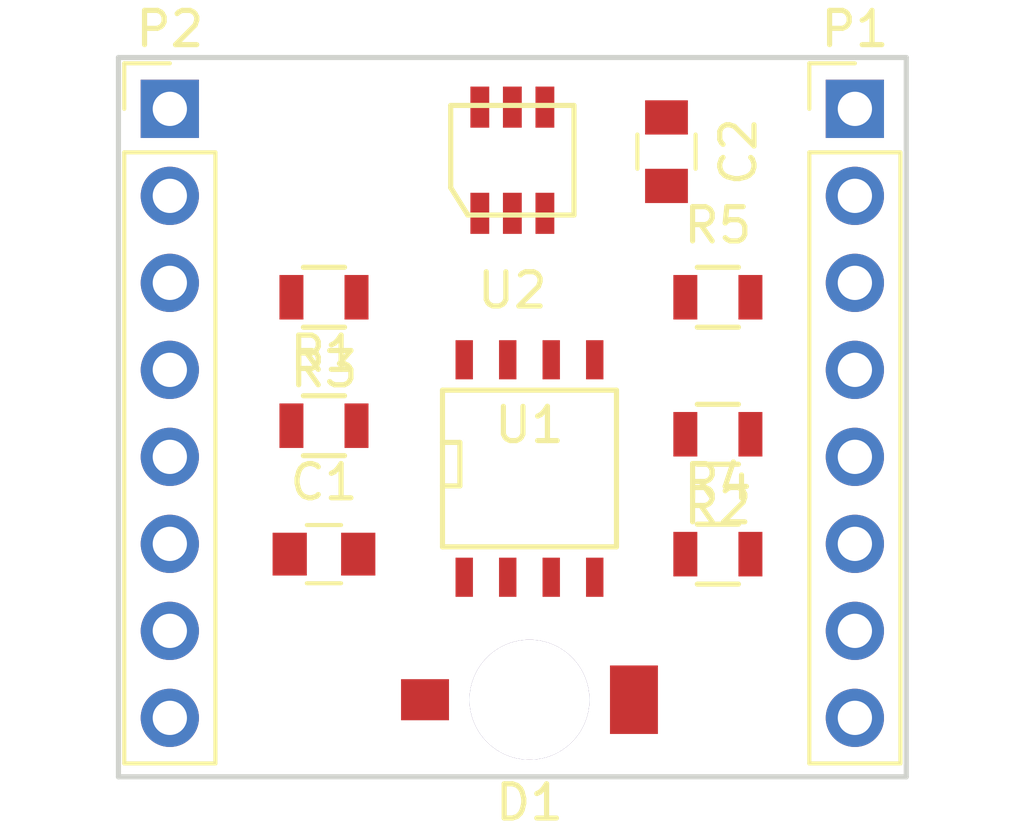
<source format=kicad_pcb>
(kicad_pcb (version 4) (host pcbnew 4.0.5)

  (general
    (links 29)
    (no_connects 29)
    (area 131.966667 99.695 162.033334 124.325)
    (thickness 1.6)
    (drawings 4)
    (tracks 0)
    (zones 0)
    (modules 12)
    (nets 10)
  )

  (page A4)
  (layers
    (0 F.Cu signal)
    (31 B.Cu signal)
    (32 B.Adhes user)
    (33 F.Adhes user)
    (34 B.Paste user)
    (35 F.Paste user)
    (36 B.SilkS user)
    (37 F.SilkS user)
    (38 B.Mask user)
    (39 F.Mask user)
    (40 Dwgs.User user)
    (41 Cmts.User user)
    (42 Eco1.User user)
    (43 Eco2.User user)
    (44 Edge.Cuts user)
    (45 Margin user)
    (46 B.CrtYd user)
    (47 F.CrtYd user)
    (48 B.Fab user)
    (49 F.Fab user)
  )

  (setup
    (last_trace_width 0.25)
    (trace_clearance 0.2)
    (zone_clearance 0.508)
    (zone_45_only no)
    (trace_min 0.2)
    (segment_width 0.2)
    (edge_width 0.15)
    (via_size 0.6)
    (via_drill 0.4)
    (via_min_size 0.4)
    (via_min_drill 0.3)
    (uvia_size 0.3)
    (uvia_drill 0.1)
    (uvias_allowed no)
    (uvia_min_size 0.2)
    (uvia_min_drill 0.1)
    (pcb_text_width 0.3)
    (pcb_text_size 1.5 1.5)
    (mod_edge_width 0.15)
    (mod_text_size 1 1)
    (mod_text_width 0.15)
    (pad_size 1.524 1.524)
    (pad_drill 0.762)
    (pad_to_mask_clearance 0.2)
    (aux_axis_origin 0 0)
    (visible_elements 7FFFFFFF)
    (pcbplotparams
      (layerselection 0x00030_80000001)
      (usegerberextensions false)
      (excludeedgelayer true)
      (linewidth 0.100000)
      (plotframeref false)
      (viasonmask false)
      (mode 1)
      (useauxorigin false)
      (hpglpennumber 1)
      (hpglpenspeed 20)
      (hpglpendiameter 15)
      (hpglpenoverlay 2)
      (psnegative false)
      (psa4output false)
      (plotreference true)
      (plotvalue true)
      (plotinvisibletext false)
      (padsonsilk false)
      (subtractmaskfromsilk false)
      (outputformat 1)
      (mirror false)
      (drillshape 0)
      (scaleselection 1)
      (outputdirectory FlowSensor))
  )

  (net 0 "")
  (net 1 /ANALOG1)
  (net 2 "Net-(C1-Pad2)")
  (net 3 VDD)
  (net 4 GND)
  (net 5 /SDA)
  (net 6 /GPIO1)
  (net 7 /ANALOG2)
  (net 8 "Net-(R2-Pad1)")
  (net 9 "Net-(R3-Pad1)")

  (net_class Default "This is the default net class."
    (clearance 0.2)
    (trace_width 0.25)
    (via_dia 0.6)
    (via_drill 0.4)
    (uvia_dia 0.3)
    (uvia_drill 0.1)
    (add_net /ANALOG1)
    (add_net /ANALOG2)
    (add_net /GPIO1)
    (add_net /SDA)
    (add_net GND)
    (add_net "Net-(C1-Pad2)")
    (add_net "Net-(R2-Pad1)")
    (add_net "Net-(R3-Pad1)")
    (add_net VDD)
  )

  (module Capacitors_SMD:C_0805 (layer F.Cu) (tedit 5415D6EA) (tstamp 589C71D3)
    (at 141.5 116)
    (descr "Capacitor SMD 0805, reflow soldering, AVX (see smccp.pdf)")
    (tags "capacitor 0805")
    (path /5817CFA8)
    (attr smd)
    (fp_text reference C1 (at 0 -2.1) (layer F.SilkS)
      (effects (font (size 1 1) (thickness 0.15)))
    )
    (fp_text value 3p (at 0 2.1) (layer F.Fab)
      (effects (font (size 1 1) (thickness 0.15)))
    )
    (fp_line (start -1 0.625) (end -1 -0.625) (layer F.Fab) (width 0.1))
    (fp_line (start 1 0.625) (end -1 0.625) (layer F.Fab) (width 0.1))
    (fp_line (start 1 -0.625) (end 1 0.625) (layer F.Fab) (width 0.1))
    (fp_line (start -1 -0.625) (end 1 -0.625) (layer F.Fab) (width 0.1))
    (fp_line (start -1.8 -1) (end 1.8 -1) (layer F.CrtYd) (width 0.05))
    (fp_line (start -1.8 1) (end 1.8 1) (layer F.CrtYd) (width 0.05))
    (fp_line (start -1.8 -1) (end -1.8 1) (layer F.CrtYd) (width 0.05))
    (fp_line (start 1.8 -1) (end 1.8 1) (layer F.CrtYd) (width 0.05))
    (fp_line (start 0.5 -0.85) (end -0.5 -0.85) (layer F.SilkS) (width 0.12))
    (fp_line (start -0.5 0.85) (end 0.5 0.85) (layer F.SilkS) (width 0.12))
    (pad 1 smd rect (at -1 0) (size 1 1.25) (layers F.Cu F.Paste F.Mask)
      (net 1 /ANALOG1))
    (pad 2 smd rect (at 1 0) (size 1 1.25) (layers F.Cu F.Paste F.Mask)
      (net 2 "Net-(C1-Pad2)"))
    (model Capacitors_SMD.3dshapes/C_0805.wrl
      (at (xyz 0 0 0))
      (scale (xyz 1 1 1))
      (rotate (xyz 0 0 0))
    )
  )

  (module Capacitors_SMD:C_0805 (layer F.Cu) (tedit 5415D6EA) (tstamp 589C71D9)
    (at 151.5 104.25 270)
    (descr "Capacitor SMD 0805, reflow soldering, AVX (see smccp.pdf)")
    (tags "capacitor 0805")
    (path /589D266D)
    (attr smd)
    (fp_text reference C2 (at 0 -2.1 270) (layer F.SilkS)
      (effects (font (size 1 1) (thickness 0.15)))
    )
    (fp_text value 100n (at 0 2.1 270) (layer F.Fab)
      (effects (font (size 1 1) (thickness 0.15)))
    )
    (fp_line (start -1 0.625) (end -1 -0.625) (layer F.Fab) (width 0.1))
    (fp_line (start 1 0.625) (end -1 0.625) (layer F.Fab) (width 0.1))
    (fp_line (start 1 -0.625) (end 1 0.625) (layer F.Fab) (width 0.1))
    (fp_line (start -1 -0.625) (end 1 -0.625) (layer F.Fab) (width 0.1))
    (fp_line (start -1.8 -1) (end 1.8 -1) (layer F.CrtYd) (width 0.05))
    (fp_line (start -1.8 1) (end 1.8 1) (layer F.CrtYd) (width 0.05))
    (fp_line (start -1.8 -1) (end -1.8 1) (layer F.CrtYd) (width 0.05))
    (fp_line (start 1.8 -1) (end 1.8 1) (layer F.CrtYd) (width 0.05))
    (fp_line (start 0.5 -0.85) (end -0.5 -0.85) (layer F.SilkS) (width 0.12))
    (fp_line (start -0.5 0.85) (end 0.5 0.85) (layer F.SilkS) (width 0.12))
    (pad 1 smd rect (at -1 0 270) (size 1 1.25) (layers F.Cu F.Paste F.Mask)
      (net 3 VDD))
    (pad 2 smd rect (at 1 0 270) (size 1 1.25) (layers F.Cu F.Paste F.Mask)
      (net 4 GND))
    (model Capacitors_SMD.3dshapes/C_0805.wrl
      (at (xyz 0 0 0))
      (scale (xyz 1 1 1))
      (rotate (xyz 0 0 0))
    )
  )

  (module KicadFootprint:2-SMD_Z-Bend (layer F.Cu) (tedit 584AA8EC) (tstamp 589C71E0)
    (at 147.5 120.25)
    (path /5817D009)
    (fp_text reference D1 (at 0 3) (layer F.SilkS)
      (effects (font (size 1 1) (thickness 0.15)))
    )
    (fp_text value PD15-21B/TR8 (at 0 -3) (layer F.Fab)
      (effects (font (size 1 1) (thickness 0.15)))
    )
    (pad 1 smd rect (at -3.05 0) (size 1.4 1.2) (layers F.Cu F.Paste F.Mask)
      (net 2 "Net-(C1-Pad2)"))
    (pad 2 smd rect (at 3.05 0) (size 1.4 2) (layers F.Cu F.Paste F.Mask)
      (net 4 GND))
    (pad ~ thru_hole circle (at 0 0) (size 3.5 3.5) (drill 3.5) (layers *.Cu *.Mask))
  )

  (module Socket_Strips:Socket_Strip_Straight_1x08_Pitch2.54mm (layer F.Cu) (tedit 588DE956) (tstamp 589C71EC)
    (at 157 103)
    (descr "Through hole straight socket strip, 1x08, 2.54mm pitch, single row")
    (tags "Through hole socket strip THT 1x08 2.54mm single row")
    (path /589C59B0)
    (fp_text reference P1 (at 0 -2.33) (layer F.SilkS)
      (effects (font (size 1 1) (thickness 0.15)))
    )
    (fp_text value CONN_01X08 (at 0 20.11) (layer F.Fab)
      (effects (font (size 1 1) (thickness 0.15)))
    )
    (fp_line (start -1.27 -1.27) (end -1.27 19.05) (layer F.Fab) (width 0.1))
    (fp_line (start -1.27 19.05) (end 1.27 19.05) (layer F.Fab) (width 0.1))
    (fp_line (start 1.27 19.05) (end 1.27 -1.27) (layer F.Fab) (width 0.1))
    (fp_line (start 1.27 -1.27) (end -1.27 -1.27) (layer F.Fab) (width 0.1))
    (fp_line (start -1.33 1.27) (end -1.33 19.11) (layer F.SilkS) (width 0.12))
    (fp_line (start -1.33 19.11) (end 1.33 19.11) (layer F.SilkS) (width 0.12))
    (fp_line (start 1.33 19.11) (end 1.33 1.27) (layer F.SilkS) (width 0.12))
    (fp_line (start 1.33 1.27) (end -1.33 1.27) (layer F.SilkS) (width 0.12))
    (fp_line (start -1.33 0) (end -1.33 -1.33) (layer F.SilkS) (width 0.12))
    (fp_line (start -1.33 -1.33) (end 0 -1.33) (layer F.SilkS) (width 0.12))
    (fp_line (start -1.55 -1.55) (end -1.55 19.3) (layer F.CrtYd) (width 0.05))
    (fp_line (start -1.55 19.3) (end 1.55 19.3) (layer F.CrtYd) (width 0.05))
    (fp_line (start 1.55 19.3) (end 1.55 -1.55) (layer F.CrtYd) (width 0.05))
    (fp_line (start 1.55 -1.55) (end -1.55 -1.55) (layer F.CrtYd) (width 0.05))
    (pad 1 thru_hole rect (at 0 0) (size 1.7 1.7) (drill 1) (layers *.Cu *.Mask))
    (pad 2 thru_hole oval (at 0 2.54) (size 1.7 1.7) (drill 1) (layers *.Cu *.Mask))
    (pad 3 thru_hole oval (at 0 5.08) (size 1.7 1.7) (drill 1) (layers *.Cu *.Mask))
    (pad 4 thru_hole oval (at 0 7.62) (size 1.7 1.7) (drill 1) (layers *.Cu *.Mask))
    (pad 5 thru_hole oval (at 0 10.16) (size 1.7 1.7) (drill 1) (layers *.Cu *.Mask))
    (pad 6 thru_hole oval (at 0 12.7) (size 1.7 1.7) (drill 1) (layers *.Cu *.Mask))
    (pad 7 thru_hole oval (at 0 15.24) (size 1.7 1.7) (drill 1) (layers *.Cu *.Mask))
    (pad 8 thru_hole oval (at 0 17.78) (size 1.7 1.7) (drill 1) (layers *.Cu *.Mask)
      (net 4 GND))
    (model Socket_Strips.3dshapes/Socket_Strip_Straight_1x08_Pitch2.54mm.wrl
      (at (xyz 0 -0.35 0))
      (scale (xyz 1 1 1))
      (rotate (xyz 0 0 270))
    )
  )

  (module Socket_Strips:Socket_Strip_Straight_1x08_Pitch2.54mm (layer F.Cu) (tedit 588DE956) (tstamp 589C71F8)
    (at 137 103)
    (descr "Through hole straight socket strip, 1x08, 2.54mm pitch, single row")
    (tags "Through hole socket strip THT 1x08 2.54mm single row")
    (path /589C5A15)
    (fp_text reference P2 (at 0 -2.33) (layer F.SilkS)
      (effects (font (size 1 1) (thickness 0.15)))
    )
    (fp_text value CONN_01X08 (at 0 20.11) (layer F.Fab)
      (effects (font (size 1 1) (thickness 0.15)))
    )
    (fp_line (start -1.27 -1.27) (end -1.27 19.05) (layer F.Fab) (width 0.1))
    (fp_line (start -1.27 19.05) (end 1.27 19.05) (layer F.Fab) (width 0.1))
    (fp_line (start 1.27 19.05) (end 1.27 -1.27) (layer F.Fab) (width 0.1))
    (fp_line (start 1.27 -1.27) (end -1.27 -1.27) (layer F.Fab) (width 0.1))
    (fp_line (start -1.33 1.27) (end -1.33 19.11) (layer F.SilkS) (width 0.12))
    (fp_line (start -1.33 19.11) (end 1.33 19.11) (layer F.SilkS) (width 0.12))
    (fp_line (start 1.33 19.11) (end 1.33 1.27) (layer F.SilkS) (width 0.12))
    (fp_line (start 1.33 1.27) (end -1.33 1.27) (layer F.SilkS) (width 0.12))
    (fp_line (start -1.33 0) (end -1.33 -1.33) (layer F.SilkS) (width 0.12))
    (fp_line (start -1.33 -1.33) (end 0 -1.33) (layer F.SilkS) (width 0.12))
    (fp_line (start -1.55 -1.55) (end -1.55 19.3) (layer F.CrtYd) (width 0.05))
    (fp_line (start -1.55 19.3) (end 1.55 19.3) (layer F.CrtYd) (width 0.05))
    (fp_line (start 1.55 19.3) (end 1.55 -1.55) (layer F.CrtYd) (width 0.05))
    (fp_line (start 1.55 -1.55) (end -1.55 -1.55) (layer F.CrtYd) (width 0.05))
    (pad 1 thru_hole rect (at 0 0) (size 1.7 1.7) (drill 1) (layers *.Cu *.Mask)
      (net 3 VDD))
    (pad 2 thru_hole oval (at 0 2.54) (size 1.7 1.7) (drill 1) (layers *.Cu *.Mask)
      (net 5 /SDA))
    (pad 3 thru_hole oval (at 0 5.08) (size 1.7 1.7) (drill 1) (layers *.Cu *.Mask)
      (net 6 /GPIO1))
    (pad 4 thru_hole oval (at 0 7.62) (size 1.7 1.7) (drill 1) (layers *.Cu *.Mask)
      (net 1 /ANALOG1))
    (pad 5 thru_hole oval (at 0 10.16) (size 1.7 1.7) (drill 1) (layers *.Cu *.Mask)
      (net 7 /ANALOG2))
    (pad 6 thru_hole oval (at 0 12.7) (size 1.7 1.7) (drill 1) (layers *.Cu *.Mask)
      (net 6 /GPIO1))
    (pad 7 thru_hole oval (at 0 15.24) (size 1.7 1.7) (drill 1) (layers *.Cu *.Mask))
    (pad 8 thru_hole oval (at 0 17.78) (size 1.7 1.7) (drill 1) (layers *.Cu *.Mask)
      (net 4 GND))
    (model Socket_Strips.3dshapes/Socket_Strip_Straight_1x08_Pitch2.54mm.wrl
      (at (xyz 0 -0.35 0))
      (scale (xyz 1 1 1))
      (rotate (xyz 0 0 270))
    )
  )

  (module Resistors_SMD:R_0805 (layer F.Cu) (tedit 58307B54) (tstamp 589C71FE)
    (at 141.5 112.25)
    (descr "Resistor SMD 0805, reflow soldering, Vishay (see dcrcw.pdf)")
    (tags "resistor 0805")
    (path /5817CF31)
    (attr smd)
    (fp_text reference R1 (at 0 -2.1) (layer F.SilkS)
      (effects (font (size 1 1) (thickness 0.15)))
    )
    (fp_text value 1M (at 0 2.1) (layer F.Fab)
      (effects (font (size 1 1) (thickness 0.15)))
    )
    (fp_line (start -1 0.625) (end -1 -0.625) (layer F.Fab) (width 0.1))
    (fp_line (start 1 0.625) (end -1 0.625) (layer F.Fab) (width 0.1))
    (fp_line (start 1 -0.625) (end 1 0.625) (layer F.Fab) (width 0.1))
    (fp_line (start -1 -0.625) (end 1 -0.625) (layer F.Fab) (width 0.1))
    (fp_line (start -1.6 -1) (end 1.6 -1) (layer F.CrtYd) (width 0.05))
    (fp_line (start -1.6 1) (end 1.6 1) (layer F.CrtYd) (width 0.05))
    (fp_line (start -1.6 -1) (end -1.6 1) (layer F.CrtYd) (width 0.05))
    (fp_line (start 1.6 -1) (end 1.6 1) (layer F.CrtYd) (width 0.05))
    (fp_line (start 0.6 0.875) (end -0.6 0.875) (layer F.SilkS) (width 0.15))
    (fp_line (start -0.6 -0.875) (end 0.6 -0.875) (layer F.SilkS) (width 0.15))
    (pad 1 smd rect (at -0.95 0) (size 0.7 1.3) (layers F.Cu F.Paste F.Mask)
      (net 1 /ANALOG1))
    (pad 2 smd rect (at 0.95 0) (size 0.7 1.3) (layers F.Cu F.Paste F.Mask)
      (net 2 "Net-(C1-Pad2)"))
    (model Resistors_SMD.3dshapes/R_0805.wrl
      (at (xyz 0 0 0))
      (scale (xyz 1 1 1))
      (rotate (xyz 0 0 0))
    )
  )

  (module Resistors_SMD:R_0805 (layer F.Cu) (tedit 58307B54) (tstamp 589C7204)
    (at 153 112.5 180)
    (descr "Resistor SMD 0805, reflow soldering, Vishay (see dcrcw.pdf)")
    (tags "resistor 0805")
    (path /5817DB66)
    (attr smd)
    (fp_text reference R2 (at 0 -2.1 180) (layer F.SilkS)
      (effects (font (size 1 1) (thickness 0.15)))
    )
    (fp_text value 6K (at 0 2.1 180) (layer F.Fab)
      (effects (font (size 1 1) (thickness 0.15)))
    )
    (fp_line (start -1 0.625) (end -1 -0.625) (layer F.Fab) (width 0.1))
    (fp_line (start 1 0.625) (end -1 0.625) (layer F.Fab) (width 0.1))
    (fp_line (start 1 -0.625) (end 1 0.625) (layer F.Fab) (width 0.1))
    (fp_line (start -1 -0.625) (end 1 -0.625) (layer F.Fab) (width 0.1))
    (fp_line (start -1.6 -1) (end 1.6 -1) (layer F.CrtYd) (width 0.05))
    (fp_line (start -1.6 1) (end 1.6 1) (layer F.CrtYd) (width 0.05))
    (fp_line (start -1.6 -1) (end -1.6 1) (layer F.CrtYd) (width 0.05))
    (fp_line (start 1.6 -1) (end 1.6 1) (layer F.CrtYd) (width 0.05))
    (fp_line (start 0.6 0.875) (end -0.6 0.875) (layer F.SilkS) (width 0.15))
    (fp_line (start -0.6 -0.875) (end 0.6 -0.875) (layer F.SilkS) (width 0.15))
    (pad 1 smd rect (at -0.95 0 180) (size 0.7 1.3) (layers F.Cu F.Paste F.Mask)
      (net 8 "Net-(R2-Pad1)"))
    (pad 2 smd rect (at 0.95 0 180) (size 0.7 1.3) (layers F.Cu F.Paste F.Mask)
      (net 1 /ANALOG1))
    (model Resistors_SMD.3dshapes/R_0805.wrl
      (at (xyz 0 0 0))
      (scale (xyz 1 1 1))
      (rotate (xyz 0 0 0))
    )
  )

  (module Resistors_SMD:R_0805 (layer F.Cu) (tedit 58307B54) (tstamp 589C720A)
    (at 141.5 108.5 180)
    (descr "Resistor SMD 0805, reflow soldering, Vishay (see dcrcw.pdf)")
    (tags "resistor 0805")
    (path /5817E005)
    (attr smd)
    (fp_text reference R3 (at 0 -2.1 180) (layer F.SilkS)
      (effects (font (size 1 1) (thickness 0.15)))
    )
    (fp_text value 100k (at 0 2.1 180) (layer F.Fab)
      (effects (font (size 1 1) (thickness 0.15)))
    )
    (fp_line (start -1 0.625) (end -1 -0.625) (layer F.Fab) (width 0.1))
    (fp_line (start 1 0.625) (end -1 0.625) (layer F.Fab) (width 0.1))
    (fp_line (start 1 -0.625) (end 1 0.625) (layer F.Fab) (width 0.1))
    (fp_line (start -1 -0.625) (end 1 -0.625) (layer F.Fab) (width 0.1))
    (fp_line (start -1.6 -1) (end 1.6 -1) (layer F.CrtYd) (width 0.05))
    (fp_line (start -1.6 1) (end 1.6 1) (layer F.CrtYd) (width 0.05))
    (fp_line (start -1.6 -1) (end -1.6 1) (layer F.CrtYd) (width 0.05))
    (fp_line (start 1.6 -1) (end 1.6 1) (layer F.CrtYd) (width 0.05))
    (fp_line (start 0.6 0.875) (end -0.6 0.875) (layer F.SilkS) (width 0.15))
    (fp_line (start -0.6 -0.875) (end 0.6 -0.875) (layer F.SilkS) (width 0.15))
    (pad 1 smd rect (at -0.95 0 180) (size 0.7 1.3) (layers F.Cu F.Paste F.Mask)
      (net 9 "Net-(R3-Pad1)"))
    (pad 2 smd rect (at 0.95 0 180) (size 0.7 1.3) (layers F.Cu F.Paste F.Mask)
      (net 3 VDD))
    (model Resistors_SMD.3dshapes/R_0805.wrl
      (at (xyz 0 0 0))
      (scale (xyz 1 1 1))
      (rotate (xyz 0 0 0))
    )
  )

  (module Resistors_SMD:R_0805 (layer F.Cu) (tedit 58307B54) (tstamp 589C7210)
    (at 153 116)
    (descr "Resistor SMD 0805, reflow soldering, Vishay (see dcrcw.pdf)")
    (tags "resistor 0805")
    (path /5817E09A)
    (attr smd)
    (fp_text reference R4 (at 0 -2.1) (layer F.SilkS)
      (effects (font (size 1 1) (thickness 0.15)))
    )
    (fp_text value 100k (at 0 2.1) (layer F.Fab)
      (effects (font (size 1 1) (thickness 0.15)))
    )
    (fp_line (start -1 0.625) (end -1 -0.625) (layer F.Fab) (width 0.1))
    (fp_line (start 1 0.625) (end -1 0.625) (layer F.Fab) (width 0.1))
    (fp_line (start 1 -0.625) (end 1 0.625) (layer F.Fab) (width 0.1))
    (fp_line (start -1 -0.625) (end 1 -0.625) (layer F.Fab) (width 0.1))
    (fp_line (start -1.6 -1) (end 1.6 -1) (layer F.CrtYd) (width 0.05))
    (fp_line (start -1.6 1) (end 1.6 1) (layer F.CrtYd) (width 0.05))
    (fp_line (start -1.6 -1) (end -1.6 1) (layer F.CrtYd) (width 0.05))
    (fp_line (start 1.6 -1) (end 1.6 1) (layer F.CrtYd) (width 0.05))
    (fp_line (start 0.6 0.875) (end -0.6 0.875) (layer F.SilkS) (width 0.15))
    (fp_line (start -0.6 -0.875) (end 0.6 -0.875) (layer F.SilkS) (width 0.15))
    (pad 1 smd rect (at -0.95 0) (size 0.7 1.3) (layers F.Cu F.Paste F.Mask)
      (net 4 GND))
    (pad 2 smd rect (at 0.95 0) (size 0.7 1.3) (layers F.Cu F.Paste F.Mask)
      (net 9 "Net-(R3-Pad1)"))
    (model Resistors_SMD.3dshapes/R_0805.wrl
      (at (xyz 0 0 0))
      (scale (xyz 1 1 1))
      (rotate (xyz 0 0 0))
    )
  )

  (module Resistors_SMD:R_0805 (layer F.Cu) (tedit 58307B54) (tstamp 589C7216)
    (at 153 108.5)
    (descr "Resistor SMD 0805, reflow soldering, Vishay (see dcrcw.pdf)")
    (tags "resistor 0805")
    (path /5817DCF8)
    (attr smd)
    (fp_text reference R5 (at 0 -2.1) (layer F.SilkS)
      (effects (font (size 1 1) (thickness 0.15)))
    )
    (fp_text value 100K (at 0 2.1) (layer F.Fab)
      (effects (font (size 1 1) (thickness 0.15)))
    )
    (fp_line (start -1 0.625) (end -1 -0.625) (layer F.Fab) (width 0.1))
    (fp_line (start 1 0.625) (end -1 0.625) (layer F.Fab) (width 0.1))
    (fp_line (start 1 -0.625) (end 1 0.625) (layer F.Fab) (width 0.1))
    (fp_line (start -1 -0.625) (end 1 -0.625) (layer F.Fab) (width 0.1))
    (fp_line (start -1.6 -1) (end 1.6 -1) (layer F.CrtYd) (width 0.05))
    (fp_line (start -1.6 1) (end 1.6 1) (layer F.CrtYd) (width 0.05))
    (fp_line (start -1.6 -1) (end -1.6 1) (layer F.CrtYd) (width 0.05))
    (fp_line (start 1.6 -1) (end 1.6 1) (layer F.CrtYd) (width 0.05))
    (fp_line (start 0.6 0.875) (end -0.6 0.875) (layer F.SilkS) (width 0.15))
    (fp_line (start -0.6 -0.875) (end 0.6 -0.875) (layer F.SilkS) (width 0.15))
    (pad 1 smd rect (at -0.95 0) (size 0.7 1.3) (layers F.Cu F.Paste F.Mask)
      (net 7 /ANALOG2))
    (pad 2 smd rect (at 0.95 0) (size 0.7 1.3) (layers F.Cu F.Paste F.Mask)
      (net 8 "Net-(R2-Pad1)"))
    (model Resistors_SMD.3dshapes/R_0805.wrl
      (at (xyz 0 0 0))
      (scale (xyz 1 1 1))
      (rotate (xyz 0 0 0))
    )
  )

  (module SMD_Packages:SOIC-8-N (layer F.Cu) (tedit 0) (tstamp 589C7222)
    (at 147.5 113.5)
    (descr "Module Narrow CMS SOJ 8 pins large")
    (tags "CMS SOJ")
    (path /5817CB93)
    (attr smd)
    (fp_text reference U1 (at 0 -1.27) (layer F.SilkS)
      (effects (font (size 1 1) (thickness 0.15)))
    )
    (fp_text value LMC6062 (at 0 1.27) (layer F.Fab)
      (effects (font (size 1 1) (thickness 0.15)))
    )
    (fp_line (start -2.54 -2.286) (end 2.54 -2.286) (layer F.SilkS) (width 0.15))
    (fp_line (start 2.54 -2.286) (end 2.54 2.286) (layer F.SilkS) (width 0.15))
    (fp_line (start 2.54 2.286) (end -2.54 2.286) (layer F.SilkS) (width 0.15))
    (fp_line (start -2.54 2.286) (end -2.54 -2.286) (layer F.SilkS) (width 0.15))
    (fp_line (start -2.54 -0.762) (end -2.032 -0.762) (layer F.SilkS) (width 0.15))
    (fp_line (start -2.032 -0.762) (end -2.032 0.508) (layer F.SilkS) (width 0.15))
    (fp_line (start -2.032 0.508) (end -2.54 0.508) (layer F.SilkS) (width 0.15))
    (pad 8 smd rect (at -1.905 -3.175) (size 0.508 1.143) (layers F.Cu F.Paste F.Mask)
      (net 3 VDD))
    (pad 7 smd rect (at -0.635 -3.175) (size 0.508 1.143) (layers F.Cu F.Paste F.Mask)
      (net 7 /ANALOG2))
    (pad 6 smd rect (at 0.635 -3.175) (size 0.508 1.143) (layers F.Cu F.Paste F.Mask)
      (net 9 "Net-(R3-Pad1)"))
    (pad 5 smd rect (at 1.905 -3.175) (size 0.508 1.143) (layers F.Cu F.Paste F.Mask)
      (net 8 "Net-(R2-Pad1)"))
    (pad 4 smd rect (at 1.905 3.175) (size 0.508 1.143) (layers F.Cu F.Paste F.Mask)
      (net 4 GND))
    (pad 3 smd rect (at 0.635 3.175) (size 0.508 1.143) (layers F.Cu F.Paste F.Mask)
      (net 4 GND))
    (pad 2 smd rect (at -0.635 3.175) (size 0.508 1.143) (layers F.Cu F.Paste F.Mask)
      (net 2 "Net-(C1-Pad2)"))
    (pad 1 smd rect (at -1.905 3.175) (size 0.508 1.143) (layers F.Cu F.Paste F.Mask)
      (net 1 /ANALOG1))
    (model SMD_Packages.3dshapes/SOIC-8-N.wrl
      (at (xyz 0 0 0))
      (scale (xyz 0.5 0.38 0.5))
      (rotate (xyz 0 0 0))
    )
  )

  (module KicadFootprint:PG-TSOP-6-6-5 (layer F.Cu) (tedit 5851A308) (tstamp 589C722C)
    (at 147 104.5)
    (path /589D1DED)
    (fp_text reference U2 (at 0 3.8) (layer F.SilkS)
      (effects (font (size 1 1) (thickness 0.15)))
    )
    (fp_text value TLV493D-A1B6 (at 0 -3.2) (layer F.Fab)
      (effects (font (size 1 1) (thickness 0.15)))
    )
    (fp_line (start -1.8 -1.6) (end 1.8 -1.6) (layer F.SilkS) (width 0.15))
    (fp_line (start 1.8 -1.6) (end 1.8 1.6) (layer F.SilkS) (width 0.15))
    (fp_line (start 1.8 1.6) (end -1.3 1.6) (layer F.SilkS) (width 0.15))
    (fp_line (start -1.3 1.6) (end -1.8 0.8) (layer F.SilkS) (width 0.15))
    (fp_line (start -1.8 0.8) (end -1.8 -1.6) (layer F.SilkS) (width 0.15))
    (pad 2 smd rect (at 0 1.55) (size 0.55 1.2) (layers F.Cu F.Paste F.Mask)
      (net 4 GND))
    (pad 6 smd rect (at -0.95 -1.55) (size 0.55 1.2) (layers F.Cu F.Paste F.Mask)
      (net 5 /SDA))
    (pad 3 smd rect (at 0.95 1.55) (size 0.55 1.2) (layers F.Cu F.Paste F.Mask)
      (net 4 GND))
    (pad 1 smd rect (at -0.95 1.55) (size 0.55 1.2) (layers F.Cu F.Paste F.Mask)
      (net 6 /GPIO1))
    (pad 4 smd rect (at 0.95 -1.55) (size 0.55 1.2) (layers F.Cu F.Paste F.Mask)
      (net 3 VDD))
    (pad 5 smd rect (at 0 -1.55) (size 0.55 1.2) (layers F.Cu F.Paste F.Mask)
      (net 4 GND))
  )

  (gr_line (start 135.5 122.5) (end 135.5 101.5) (angle 90) (layer Edge.Cuts) (width 0.15))
  (gr_line (start 158.5 122.5) (end 135.5 122.5) (angle 90) (layer Edge.Cuts) (width 0.15))
  (gr_line (start 158.5 101.5) (end 158.5 122.5) (angle 90) (layer Edge.Cuts) (width 0.15))
  (gr_line (start 135.5 101.5) (end 158.5 101.5) (angle 90) (layer Edge.Cuts) (width 0.15))

)

</source>
